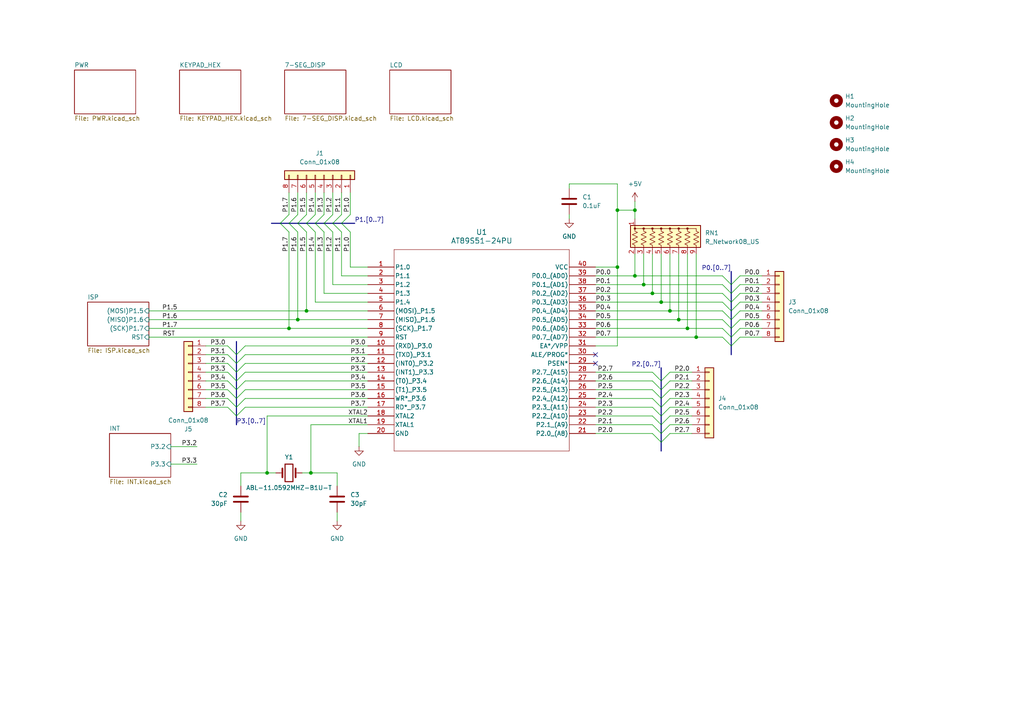
<source format=kicad_sch>
(kicad_sch (version 20250114) (generator "eeschema") (generator_version "9.0")
  (paper "A4")
  (title_block (title "8051 Dev Board") (date "2025-09-20") (company "Momchil Kolev"))
  (lib_symbols
    (symbol "AT89S51_24PU:AT89S51-24PU" (pin_names (offset 0.254))
      (property "Reference" "U" (at 33.02 10.16 0))
      (property "Value" "AT89S51-24PU" (at 33.02 7.62 0))
      (symbol "AT89S51-24PU_0_1"
        (polyline (pts (xy 7.62 5.08) (xy 7.62 -53.34)) (stroke (width 0.127)))
        (polyline (pts (xy 7.62 -53.34) (xy 58.42 -53.34)) (stroke (width 0.127)))
        (polyline (pts (xy 58.42 5.08) (xy 7.62 5.08)) (stroke (width 0.127)))
        (polyline (pts (xy 58.42 -53.34) (xy 58.42 5.08)) (stroke (width 0.127)))
        (pin bidirectional line (at 0 0 0) (length 7.62) (name "P1.0") (number "1"))
        (pin bidirectional line (at 0 -2.54 0) (length 7.62) (name "P1.1") (number "2"))
        (pin bidirectional line (at 0 -5.08 0) (length 7.62) (name "P1.2") (number "3"))
        (pin bidirectional line (at 0 -7.62 0) (length 7.62) (name "P1.3") (number "4"))
        (pin bidirectional line (at 0 -10.16 0) (length 7.62) (name "P1.4") (number "5"))
        (pin bidirectional line (at 0 -12.7 0) (length 7.62) (name "(MOSI)_P1.5") (number "6"))
        (pin bidirectional line (at 0 -15.24 0) (length 7.62) (name "(MISO)_P1.6") (number "7"))
        (pin bidirectional line (at 0 -17.78 0) (length 7.62) (name "(SCK)_P1.7") (number "8"))
        (pin input line (at 0 -20.32 0) (length 7.62) (name "RST") (number "9"))
        (pin bidirectional line (at 0 -22.86 0) (length 7.62) (name "(RXD)_P3.0") (number "10"))
        (pin bidirectional line (at 0 -25.4 0) (length 7.62) (name "(TXD)_P3.1") (number "11"))
        (pin bidirectional line (at 0 -27.94 0) (length 7.62) (name "(INT0)_P3.2") (number "12"))
        (pin bidirectional line (at 0 -30.48 0) (length 7.62) (name "(INT1)_P3.3") (number "13"))
        (pin bidirectional line (at 0 -33.02 0) (length 7.62) (name "(T0)_P3.4") (number "14"))
        (pin bidirectional line (at 0 -35.56 0) (length 7.62) (name "(T1)_P3.5") (number "15"))
        (pin bidirectional line (at 0 -38.1 0) (length 7.62) (name "WR*_P3.6") (number "16"))
        (pin bidirectional line (at 0 -40.64 0) (length 7.62) (name "RD*_P3.7") (number "17"))
        (pin output line (at 0 -43.18 0) (length 7.62) (name "XTAL2") (number "18"))
        (pin input line (at 0 -45.72 0) (length 7.62) (name "XTAL1") (number "19"))
        (pin power_in line (at 0 -48.26 0) (length 7.62) (name "GND") (number "20"))
        (pin power_in line (at 66.04 0 180) (length 7.62) (name "VCC") (number "40"))
        (pin bidirectional line (at 66.04 -2.54 180) (length 7.62) (name "P0.0_(AD0)") (number "39"))
        (pin bidirectional line (at 66.04 -5.08 180) (length 7.62) (name "P0.1_(AD1)") (number "38"))
        (pin bidirectional line (at 66.04 -7.62 180) (length 7.62) (name "P0.2_(AD2)") (number "37"))
        (pin bidirectional line (at 66.04 -10.16 180) (length 7.62) (name "P0.3_(AD3)") (number "36"))
        (pin bidirectional line (at 66.04 -12.7 180) (length 7.62) (name "P0.4_(AD4)") (number "35"))
        (pin bidirectional line (at 66.04 -15.24 180) (length 7.62) (name "P0.5_(AD5)") (number "34"))
        (pin bidirectional line (at 66.04 -17.78 180) (length 7.62) (name "P0.6_(AD6)") (number "33"))
        (pin bidirectional line (at 66.04 -20.32 180) (length 7.62) (name "P0.7_(AD7)") (number "32"))
        (pin power_in line (at 66.04 -22.86 180) (length 7.62) (name "EA*/VPP") (number "31"))
        (pin output line (at 66.04 -25.4 180) (length 7.62) (name "ALE/PROG*") (number "30"))
        (pin output line (at 66.04 -27.94 180) (length 7.62) (name "PSEN*") (number "29"))
        (pin bidirectional line (at 66.04 -30.48 180) (length 7.62) (name "P2.7_(A15)") (number "28"))
        (pin bidirectional line (at 66.04 -33.02 180) (length 7.62) (name "P2.6_(A14)") (number "27"))
        (pin bidirectional line (at 66.04 -35.56 180) (length 7.62) (name "P2.5_(A13)") (number "26"))
        (pin bidirectional line (at 66.04 -38.1 180) (length 7.62) (name "P2.4_(A12)") (number "25"))
        (pin bidirectional line (at 66.04 -40.64 180) (length 7.62) (name "P2.3_(A11)") (number "24"))
        (pin bidirectional line (at 66.04 -43.18 180) (length 7.62) (name "P2.2_(A10)") (number "23"))
        (pin bidirectional line (at 66.04 -45.72 180) (length 7.62) (name "P2.1_(A9)") (number "22"))
        (pin bidirectional line (at 66.04 -48.26 180) (length 7.62) (name "P2.0_(A8)") (number "21"))
      )
    )
    (symbol "Connector_Generic:Conn_01x08" (pin_names (offset 1.016) (hide yes))
      (property "Reference" "J" (at 0 10.16 0))
      (property "Value" "Conn_01x08" (at 0 -12.7 0))
      (symbol "Conn_01x08_1_1"
        (rectangle (start -1.27 8.89) (end 1.27 -11.43) (stroke (width 0.254)) (fill (type background)))
        (rectangle (start -1.27 7.747) (end 0 7.493) (stroke (width 0.1524)))
        (rectangle (start -1.27 5.207) (end 0 4.953) (stroke (width 0.1524)))
        (rectangle (start -1.27 2.667) (end 0 2.413) (stroke (width 0.1524)))
        (rectangle (start -1.27 0.127) (end 0 -0.127) (stroke (width 0.1524)))
        (rectangle (start -1.27 -2.413) (end 0 -2.667) (stroke (width 0.1524)))
        (rectangle (start -1.27 -4.953) (end 0 -5.207) (stroke (width 0.1524)))
        (rectangle (start -1.27 -7.493) (end 0 -7.747) (stroke (width 0.1524)))
        (rectangle (start -1.27 -10.033) (end 0 -10.287) (stroke (width 0.1524)))
        (pin passive line (at -5.08 7.62 0) (length 3.81) (name "Pin_1") (number "1"))
        (pin passive line (at -5.08 5.08 0) (length 3.81) (name "Pin_2") (number "2"))
        (pin passive line (at -5.08 2.54 0) (length 3.81) (name "Pin_3") (number "3"))
        (pin passive line (at -5.08 0 0) (length 3.81) (name "Pin_4") (number "4"))
        (pin passive line (at -5.08 -2.54 0) (length 3.81) (name "Pin_5") (number "5"))
        (pin passive line (at -5.08 -5.08 0) (length 3.81) (name "Pin_6") (number "6"))
        (pin passive line (at -5.08 -7.62 0) (length 3.81) (name "Pin_7") (number "7"))
        (pin passive line (at -5.08 -10.16 0) (length 3.81) (name "Pin_8") (number "8"))
      )
    )
    (symbol "Device:C" (pin_numbers (hide yes)) (pin_names (offset 0.254))
      (property "Reference" "C" (at 0.635 2.54 0))
      (property "Value" "C" (at 0.635 -2.54 0))
      (symbol "C_0_1"
        (polyline (pts (xy -2.032 0.762) (xy 2.032 0.762)) (stroke (width 0.508)))
        (polyline (pts (xy -2.032 -0.762) (xy 2.032 -0.762)) (stroke (width 0.508)))
      )
      (symbol "C_1_1"
        (pin passive line (at 0 3.81 270) (length 2.794) (name "~") (number "1"))
        (pin passive line (at 0 -3.81 90) (length 2.794) (name "~") (number "2"))
      )
    )
    (symbol "Device:Crystal" (pin_numbers (hide yes)) (pin_names (offset 1.016) (hide yes))
      (property "Reference" "Y" (at 0 3.81 0))
      (property "Value" "Crystal" (at 0 -3.81 0))
      (symbol "Crystal_0_1"
        (polyline (pts (xy -2.54 0) (xy -1.905 0)))
        (polyline (pts (xy -1.905 -1.27) (xy -1.905 1.27)) (stroke (width 0.508)))
        (rectangle (start -1.143 2.54) (end 1.143 -2.54) (stroke (width 0.3048)))
        (polyline (pts (xy 1.905 -1.27) (xy 1.905 1.27)) (stroke (width 0.508)))
        (polyline (pts (xy 2.54 0) (xy 1.905 0)))
      )
      (symbol "Crystal_1_1"
        (pin passive line (at -3.81 0 0) (length 1.27) (name "1") (number "1"))
        (pin passive line (at 3.81 0 180) (length 1.27) (name "2") (number "2"))
      )
    )
    (symbol "Device:R_Network08_US" (pin_names (offset 0) (hide yes))
      (property "Reference" "RN" (at -12.7 0 90))
      (property "Value" "R_Network08_US" (at 10.16 0 90))
      (symbol "R_Network08_US_0_1"
        (rectangle (start -11.43 -3.175) (end 8.89 3.175) (stroke (width 0.254)) (fill (type background)))
        (circle (center -10.16 2.286) (radius 0.254) (fill (type outline)))
        (polyline (pts (xy -10.16 2.286) (xy 7.62 2.286)))
        (polyline (pts (xy -10.16 2.286) (xy -10.16 1.524) (xy -9.398 1.1684) (xy -10.922 0.508) (xy -9.398 -0.1524) (xy -10.922 -0.8382) (xy -9.398 -1.524) (xy -10.922 -2.1844) (xy -10.16 -2.54) (xy -10.16 -3.81)))
        (circle (center -7.62 2.286) (radius 0.254) (fill (type outline)))
        (polyline (pts (xy -7.62 2.286) (xy -7.62 1.524) (xy -6.858 1.1684) (xy -8.382 0.508) (xy -6.858 -0.1524) (xy -8.382 -0.8382) (xy -6.858 -1.524) (xy -8.382 -2.1844) (xy -7.62 -2.54) (xy -7.62 -3.81)))
        (circle (center -5.08 2.286) (radius 0.254) (fill (type outline)))
        (polyline (pts (xy -5.08 2.286) (xy -5.08 1.524) (xy -4.318 1.1684) (xy -5.842 0.508) (xy -4.318 -0.1524) (xy -5.842 -0.8382) (xy -4.318 -1.524) (xy -5.842 -2.1844) (xy -5.08 -2.54) (xy -5.08 -3.81)))
        (circle (center -2.54 2.286) (radius 0.254) (fill (type outline)))
        (polyline (pts (xy -2.54 2.286) (xy -2.54 1.524) (xy -1.778 1.1684) (xy -3.302 0.508) (xy -1.778 -0.1524) (xy -3.302 -0.8382) (xy -1.778 -1.524) (xy -3.302 -2.1844) (xy -2.54 -2.54) (xy -2.54 -3.81)))
        (circle (center 0 2.286) (radius 0.254) (fill (type outline)))
        (polyline (pts (xy 0 2.286) (xy 0 1.524) (xy 0.762 1.1684) (xy -0.762 0.508) (xy 0.762 -0.1524) (xy -0.762 -0.8382) (xy 0.762 -1.524) (xy -0.762 -2.1844) (xy 0 -2.54) (xy 0 -3.81)))
        (polyline (pts (xy 2.54 2.286) (xy 2.54 1.524) (xy 3.302 1.1684) (xy 1.778 0.508) (xy 3.302 -0.1524) (xy 1.778 -0.8382) (xy 3.302 -1.524) (xy 1.778 -2.1844) (xy 2.54 -2.54) (xy 2.54 -3.81)))
        (circle (center 2.54 2.286) (radius 0.254) (fill (type outline)))
        (polyline (pts (xy 5.08 2.286) (xy 5.08 1.524) (xy 5.842 1.1684) (xy 4.318 0.508) (xy 5.842 -0.1524) (xy 4.318 -0.8382) (xy 5.842 -1.524) (xy 4.318 -2.1844) (xy 5.08 -2.54) (xy 5.08 -3.81)))
        (circle (center 5.08 2.286) (radius 0.254) (fill (type outline)))
        (polyline (pts (xy 7.62 2.286) (xy 7.62 1.524) (xy 8.382 1.1684) (xy 6.858 0.508) (xy 8.382 -0.1524) (xy 6.858 -0.8382) (xy 8.382 -1.524) (xy 6.858 -2.1844) (xy 7.62 -2.54) (xy 7.62 -3.81)))
      )
      (symbol "R_Network08_US_1_1"
        (pin passive line (at -10.16 5.08 270) (length 2.54) (name "common") (number "1"))
        (pin passive line (at -10.16 -5.08 90) (length 1.27) (name "R1") (number "2"))
        (pin passive line (at -7.62 -5.08 90) (length 1.27) (name "R2") (number "3"))
        (pin passive line (at -5.08 -5.08 90) (length 1.27) (name "R3") (number "4"))
        (pin passive line (at -2.54 -5.08 90) (length 1.27) (name "R4") (number "5"))
        (pin passive line (at 0 -5.08 90) (length 1.27) (name "R5") (number "6"))
        (pin passive line (at 2.54 -5.08 90) (length 1.27) (name "R6") (number "7"))
        (pin passive line (at 5.08 -5.08 90) (length 1.27) (name "R7") (number "8"))
        (pin passive line (at 7.62 -5.08 90) (length 1.27) (name "R8") (number "9"))
      )
    )
    (symbol "Mechanical:MountingHole" (pin_names (offset 1.016)) (in_bom no)
      (property "Reference" "H" (at 0 5.08 0))
      (property "Value" "MountingHole" (at 0 3.175 0))
      (symbol "MountingHole_0_1"
        (circle (center 0 0) (radius 1.27) (stroke (width 1.27)))
      )
    )
    (symbol "power:+5V" (power) (pin_numbers (hide yes)) (pin_names (offset 0) (hide yes))
      (property "Value" "+5V" (at 0 3.556 0))
      (symbol "+5V_0_1"
        (polyline (pts (xy -0.762 1.27) (xy 0 2.54)))
        (polyline (pts (xy 0 2.54) (xy 0.762 1.27)))
        (polyline (pts (xy 0 0) (xy 0 2.54)))
      )
      (symbol "+5V_1_1"
        (pin power_in line (at 0 0 90) (length 0) (name "~") (number "1"))
      )
    )
    (symbol "power:GND" (power) (pin_numbers (hide yes)) (pin_names (offset 0) (hide yes))
      (property "Value" "GND" (at 0 -3.81 0))
      (symbol "GND_0_1"
        (polyline (pts (xy 0 0) (xy 0 -1.27) (xy 1.27 -1.27) (xy 0 -2.54) (xy -1.27 -1.27) (xy 0 -1.27)))
      )
      (symbol "GND_1_1"
        (pin power_in line (at 0 0 270) (length 0) (name "~") (number "1"))
      )
    )
  )
  (junction (at 77.47 137.16))
  (junction (at 196.85 92.71))
  (junction (at 194.31 90.17))
  (junction (at 186.69 82.55))
  (junction (at 201.93 97.79))
  (junction (at 90.17 137.16))
  (junction (at 189.23 85.09))
  (junction (at 199.39 95.25))
  (junction (at 191.77 87.63))
  (junction (at 88.9 90.17))
  (junction (at 179.07 77.47))
  (junction (at 184.15 80.01))
  (junction (at 86.36 92.71))
  (junction (at 83.82 95.25))
  (junction (at 184.15 60.96))
  (junction (at 179.07 60.96))
  (no_connect (at 172.72 105.41))
  (no_connect (at 172.72 102.87))
  (bus_entry (at 68.58 107.95) (size -2.54 -2.54))
  (bus_entry (at 212.09 90.17) (size -2.54 -2.54))
  (bus_entry (at 212.09 97.79) (size 2.54 -2.54))
  (bus_entry (at 212.09 85.09) (size 2.54 -2.54))
  (bus_entry (at 212.09 87.63) (size -2.54 -2.54))
  (bus_entry (at 68.58 113.03) (size 2.54 -2.54))
  (bus_entry (at 191.77 123.19) (size -2.54 -2.54))
  (bus_entry (at 68.58 118.11) (size -2.54 -2.54))
  (bus_entry (at 191.77 120.65) (size -2.54 -2.54))
  (bus_entry (at 191.77 115.57) (size -2.54 -2.54))
  (bus_entry (at 212.09 82.55) (size 2.54 -2.54))
  (bus_entry (at 88.9 64.77) (size 2.54 2.54))
  (bus_entry (at 91.44 64.77) (size 2.54 2.54))
  (bus_entry (at 68.58 105.41) (size -2.54 -2.54))
  (bus_entry (at 86.36 64.77) (size 2.54 2.54))
  (bus_entry (at 191.77 110.49) (size -2.54 -2.54))
  (bus_entry (at 191.77 123.19) (size 2.54 -2.54))
  (bus_entry (at 68.58 102.87) (size 2.54 -2.54))
  (bus_entry (at 212.09 95.25) (size 2.54 -2.54))
  (bus_entry (at 212.09 92.71) (size 2.54 -2.54))
  (bus_entry (at 68.58 110.49) (size -2.54 -2.54))
  (bus_entry (at 83.82 64.77) (size 2.54 -2.54))
  (bus_entry (at 68.58 120.65) (size 2.54 -2.54))
  (bus_entry (at 212.09 100.33) (size -2.54 -2.54))
  (bus_entry (at 91.44 64.77) (size 2.54 -2.54))
  (bus_entry (at 191.77 125.73) (size -2.54 -2.54))
  (bus_entry (at 68.58 118.11) (size 2.54 -2.54))
  (bus_entry (at 68.58 120.65) (size -2.54 -2.54))
  (bus_entry (at 212.09 82.55) (size -2.54 -2.54))
  (bus_entry (at 191.77 118.11) (size -2.54 -2.54))
  (bus_entry (at 96.52 64.77) (size 2.54 -2.54))
  (bus_entry (at 212.09 100.33) (size 2.54 -2.54))
  (bus_entry (at 191.77 113.03) (size 2.54 -2.54))
  (bus_entry (at 191.77 113.03) (size -2.54 -2.54))
  (bus_entry (at 191.77 120.65) (size 2.54 -2.54))
  (bus_entry (at 81.28 64.77) (size 2.54 -2.54))
  (bus_entry (at 68.58 115.57) (size -2.54 -2.54))
  (bus_entry (at 68.58 113.03) (size -2.54 -2.54))
  (bus_entry (at 68.58 110.49) (size 2.54 -2.54))
  (bus_entry (at 191.77 115.57) (size 2.54 -2.54))
  (bus_entry (at 68.58 105.41) (size 2.54 -2.54))
  (bus_entry (at 191.77 110.49) (size 2.54 -2.54))
  (bus_entry (at 191.77 128.27) (size 2.54 -2.54))
  (bus_entry (at 86.36 64.77) (size 2.54 -2.54))
  (bus_entry (at 212.09 97.79) (size -2.54 -2.54))
  (bus_entry (at 96.52 64.77) (size 2.54 2.54))
  (bus_entry (at 88.9 64.77) (size 2.54 -2.54))
  (bus_entry (at 83.82 64.77) (size 2.54 2.54))
  (bus_entry (at 99.06 64.77) (size 2.54 2.54))
  (bus_entry (at 191.77 125.73) (size 2.54 -2.54))
  (bus_entry (at 212.09 92.71) (size -2.54 -2.54))
  (bus_entry (at 191.77 128.27) (size -2.54 -2.54))
  (bus_entry (at 93.98 64.77) (size 2.54 -2.54))
  (bus_entry (at 68.58 102.87) (size -2.54 -2.54))
  (bus_entry (at 212.09 85.09) (size -2.54 -2.54))
  (bus_entry (at 99.06 64.77) (size 2.54 -2.54))
  (bus_entry (at 68.58 115.57) (size 2.54 -2.54))
  (bus_entry (at 212.09 87.63) (size 2.54 -2.54))
  (bus_entry (at 81.28 64.77) (size 2.54 2.54))
  (bus_entry (at 212.09 95.25) (size -2.54 -2.54))
  (bus_entry (at 212.09 90.17) (size 2.54 -2.54))
  (bus_entry (at 68.58 107.95) (size 2.54 -2.54))
  (bus_entry (at 191.77 118.11) (size 2.54 -2.54))
  (bus_entry (at 93.98 64.77) (size 2.54 2.54))
  (wire (pts (xy 201.93 97.79) (xy 209.55 97.79)))
  (wire (pts (xy 172.72 97.79) (xy 201.93 97.79)))
  (wire (pts (xy 172.72 80.01) (xy 184.15 80.01)))
  (wire (pts (xy 99.06 80.01) (xy 106.68 80.01)))
  (bus (pts (xy 191.77 115.57) (xy 191.77 113.03)))
  (bus (pts (xy 91.44 64.77) (xy 88.9 64.77)))
  (wire (pts (xy 96.52 55.88) (xy 96.52 62.23)))
  (wire (pts (xy 69.85 137.16) (xy 69.85 140.97)))
  (bus (pts (xy 68.58 110.49) (xy 68.58 113.03)))
  (wire (pts (xy 172.72 95.25) (xy 199.39 95.25)))
  (wire (pts (xy 172.72 87.63) (xy 191.77 87.63)))
  (wire (pts (xy 71.12 105.41) (xy 106.68 105.41)))
  (wire (pts (xy 59.69 118.11) (xy 66.04 118.11)))
  (wire (pts (xy 214.63 90.17) (xy 220.98 90.17)))
  (wire (pts (xy 189.23 85.09) (xy 209.55 85.09)))
  (wire (pts (xy 106.68 123.19) (xy 90.17 123.19)))
  (wire (pts (xy 214.63 87.63) (xy 220.98 87.63)))
  (bus (pts (xy 212.09 90.17) (xy 212.09 87.63)))
  (wire (pts (xy 97.79 148.59) (xy 97.79 151.13)))
  (wire (pts (xy 194.31 115.57) (xy 200.66 115.57)))
  (bus (pts (xy 68.58 113.03) (xy 68.58 115.57)))
  (wire (pts (xy 194.31 73.66) (xy 194.31 90.17)))
  (bus (pts (xy 68.58 115.57) (xy 68.58 118.11)))
  (wire (pts (xy 59.69 100.33) (xy 66.04 100.33)))
  (wire (pts (xy 196.85 92.71) (xy 209.55 92.71)))
  (wire (pts (xy 71.12 113.03) (xy 106.68 113.03)))
  (bus (pts (xy 86.36 64.77) (xy 83.82 64.77)))
  (wire (pts (xy 77.47 120.65) (xy 77.47 137.16)))
  (wire (pts (xy 179.07 53.34) (xy 179.07 60.96)))
  (wire (pts (xy 186.69 82.55) (xy 209.55 82.55)))
  (bus (pts (xy 68.58 110.49) (xy 68.58 107.95)))
  (wire (pts (xy 191.77 73.66) (xy 191.77 87.63)))
  (wire (pts (xy 49.53 134.62) (xy 57.15 134.62)))
  (bus (pts (xy 212.09 87.63) (xy 212.09 85.09)))
  (wire (pts (xy 91.44 55.88) (xy 91.44 62.23)))
  (wire (pts (xy 101.6 67.31) (xy 101.6 77.47)))
  (wire (pts (xy 96.52 67.31) (xy 96.52 82.55)))
  (wire (pts (xy 172.72 85.09) (xy 189.23 85.09)))
  (wire (pts (xy 83.82 95.25) (xy 106.68 95.25)))
  (wire (pts (xy 165.1 53.34) (xy 165.1 54.61)))
  (bus (pts (xy 191.77 106.68) (xy 191.77 110.49)))
  (bus (pts (xy 93.98 64.77) (xy 96.52 64.77)))
  (wire (pts (xy 184.15 58.42) (xy 184.15 60.96)))
  (wire (pts (xy 43.18 92.71) (xy 86.36 92.71)))
  (bus (pts (xy 99.06 64.77) (xy 96.52 64.77)))
  (wire (pts (xy 71.12 115.57) (xy 106.68 115.57)))
  (wire (pts (xy 194.31 110.49) (xy 200.66 110.49)))
  (bus (pts (xy 68.58 99.06) (xy 68.58 102.87)))
  (wire (pts (xy 199.39 73.66) (xy 199.39 95.25)))
  (wire (pts (xy 172.72 82.55) (xy 186.69 82.55)))
  (bus (pts (xy 212.09 97.79) (xy 212.09 100.33)))
  (wire (pts (xy 172.72 90.17) (xy 194.31 90.17)))
  (wire (pts (xy 59.69 105.41) (xy 66.04 105.41)))
  (wire (pts (xy 194.31 123.19) (xy 200.66 123.19)))
  (wire (pts (xy 86.36 55.88) (xy 86.36 62.23)))
  (bus (pts (xy 212.09 95.25) (xy 212.09 97.79)))
  (wire (pts (xy 59.69 115.57) (xy 66.04 115.57)))
  (bus (pts (xy 102.87 64.77) (xy 99.06 64.77)))
  (bus (pts (xy 68.58 120.65) (xy 68.58 123.19)))
  (bus (pts (xy 191.77 125.73) (xy 191.77 128.27)))
  (wire (pts (xy 83.82 67.31) (xy 83.82 95.25)))
  (bus (pts (xy 212.09 82.55) (xy 212.09 85.09)))
  (wire (pts (xy 214.63 82.55) (xy 220.98 82.55)))
  (wire (pts (xy 194.31 118.11) (xy 200.66 118.11)))
  (wire (pts (xy 189.23 73.66) (xy 189.23 85.09)))
  (wire (pts (xy 80.01 137.16) (xy 77.47 137.16)))
  (wire (pts (xy 172.72 123.19) (xy 189.23 123.19)))
  (wire (pts (xy 196.85 73.66) (xy 196.85 92.71)))
  (wire (pts (xy 87.63 137.16) (xy 90.17 137.16)))
  (wire (pts (xy 71.12 110.49) (xy 106.68 110.49)))
  (wire (pts (xy 179.07 60.96) (xy 184.15 60.96)))
  (wire (pts (xy 43.18 97.79) (xy 106.68 97.79)))
  (wire (pts (xy 214.63 80.01) (xy 220.98 80.01)))
  (bus (pts (xy 191.77 110.49) (xy 191.77 113.03)))
  (wire (pts (xy 104.14 125.73) (xy 106.68 125.73)))
  (bus (pts (xy 212.09 78.74) (xy 212.09 82.55)))
  (bus (pts (xy 191.77 120.65) (xy 191.77 123.19)))
  (wire (pts (xy 88.9 55.88) (xy 88.9 62.23)))
  (wire (pts (xy 104.14 129.54) (xy 104.14 125.73)))
  (wire (pts (xy 106.68 120.65) (xy 77.47 120.65)))
  (wire (pts (xy 101.6 55.88) (xy 101.6 62.23)))
  (bus (pts (xy 68.58 107.95) (xy 68.58 105.41)))
  (wire (pts (xy 69.85 137.16) (xy 77.47 137.16)))
  (wire (pts (xy 172.72 110.49) (xy 189.23 110.49)))
  (wire (pts (xy 93.98 67.31) (xy 93.98 85.09)))
  (wire (pts (xy 83.82 55.88) (xy 83.82 62.23)))
  (wire (pts (xy 165.1 62.23) (xy 165.1 63.5)))
  (wire (pts (xy 194.31 113.03) (xy 200.66 113.03)))
  (wire (pts (xy 184.15 60.96) (xy 184.15 63.5)))
  (wire (pts (xy 97.79 137.16) (xy 97.79 140.97)))
  (wire (pts (xy 71.12 107.95) (xy 106.68 107.95)))
  (wire (pts (xy 214.63 95.25) (xy 220.98 95.25)))
  (wire (pts (xy 90.17 123.19) (xy 90.17 137.16)))
  (wire (pts (xy 99.06 55.88) (xy 99.06 62.23)))
  (wire (pts (xy 86.36 67.31) (xy 86.36 92.71)))
  (wire (pts (xy 199.39 95.25) (xy 209.55 95.25)))
  (wire (pts (xy 194.31 125.73) (xy 200.66 125.73)))
  (wire (pts (xy 90.17 137.16) (xy 97.79 137.16)))
  (wire (pts (xy 99.06 67.31) (xy 99.06 80.01)))
  (wire (pts (xy 172.72 107.95) (xy 189.23 107.95)))
  (wire (pts (xy 194.31 90.17) (xy 209.55 90.17)))
  (wire (pts (xy 214.63 97.79) (xy 220.98 97.79)))
  (bus (pts (xy 191.77 118.11) (xy 191.77 115.57)))
  (wire (pts (xy 172.72 92.71) (xy 196.85 92.71)))
  (wire (pts (xy 179.07 77.47) (xy 179.07 100.33)))
  (wire (pts (xy 71.12 102.87) (xy 106.68 102.87)))
  (wire (pts (xy 179.07 60.96) (xy 179.07 77.47)))
  (wire (pts (xy 194.31 120.65) (xy 200.66 120.65)))
  (wire (pts (xy 69.85 148.59) (xy 69.85 151.13)))
  (wire (pts (xy 91.44 87.63) (xy 106.68 87.63)))
  (wire (pts (xy 186.69 73.66) (xy 186.69 82.55)))
  (wire (pts (xy 59.69 102.87) (xy 66.04 102.87)))
  (bus (pts (xy 68.58 102.87) (xy 68.58 105.41)))
  (wire (pts (xy 71.12 118.11) (xy 106.68 118.11)))
  (wire (pts (xy 43.18 95.25) (xy 83.82 95.25)))
  (bus (pts (xy 88.9 64.77) (xy 86.36 64.77)))
  (wire (pts (xy 101.6 77.47) (xy 106.68 77.47)))
  (wire (pts (xy 172.72 113.03) (xy 189.23 113.03)))
  (wire (pts (xy 172.72 115.57) (xy 189.23 115.57)))
  (wire (pts (xy 43.18 90.17) (xy 88.9 90.17)))
  (bus (pts (xy 68.58 118.11) (xy 68.58 120.65)))
  (bus (pts (xy 191.77 123.19) (xy 191.77 125.73)))
  (wire (pts (xy 88.9 90.17) (xy 106.68 90.17)))
  (wire (pts (xy 172.72 118.11) (xy 189.23 118.11)))
  (wire (pts (xy 96.52 82.55) (xy 106.68 82.55)))
  (bus (pts (xy 212.09 90.17) (xy 212.09 92.71)))
  (wire (pts (xy 214.63 85.09) (xy 220.98 85.09)))
  (wire (pts (xy 172.72 120.65) (xy 189.23 120.65)))
  (bus (pts (xy 212.09 100.33) (xy 212.09 102.87)))
  (wire (pts (xy 184.15 80.01) (xy 209.55 80.01)))
  (wire (pts (xy 194.31 107.95) (xy 200.66 107.95)))
  (wire (pts (xy 49.53 129.54) (xy 57.15 129.54)))
  (wire (pts (xy 93.98 85.09) (xy 106.68 85.09)))
  (wire (pts (xy 179.07 53.34) (xy 165.1 53.34)))
  (bus (pts (xy 212.09 92.71) (xy 212.09 95.25)))
  (bus (pts (xy 81.28 64.77) (xy 78.74 64.77)))
  (wire (pts (xy 59.69 113.03) (xy 66.04 113.03)))
  (bus (pts (xy 83.82 64.77) (xy 81.28 64.77)))
  (wire (pts (xy 172.72 125.73) (xy 189.23 125.73)))
  (wire (pts (xy 59.69 110.49) (xy 66.04 110.49)))
  (wire (pts (xy 88.9 67.31) (xy 88.9 90.17)))
  (wire (pts (xy 59.69 107.95) (xy 66.04 107.95)))
  (wire (pts (xy 214.63 92.71) (xy 220.98 92.71)))
  (bus (pts (xy 191.77 118.11) (xy 191.77 120.65)))
  (bus (pts (xy 191.77 128.27) (xy 191.77 130.81)))
  (wire (pts (xy 71.12 100.33) (xy 106.68 100.33)))
  (wire (pts (xy 191.77 87.63) (xy 209.55 87.63)))
  (wire (pts (xy 93.98 55.88) (xy 93.98 62.23)))
  (wire (pts (xy 184.15 73.66) (xy 184.15 80.01)))
  (wire (pts (xy 91.44 67.31) (xy 91.44 87.63)))
  (wire (pts (xy 172.72 100.33) (xy 179.07 100.33)))
  (wire (pts (xy 201.93 73.66) (xy 201.93 97.79)))
  (wire (pts (xy 86.36 92.71) (xy 106.68 92.71)))
  (bus (pts (xy 91.44 64.77) (xy 93.98 64.77)))
  (wire (pts (xy 172.72 77.47) (xy 179.07 77.47)))
  (label "P3.[0..7]" (at 68.58 123.19 0))
  (label "P0.5" (at 172.72 92.71 0))
  (label "P3.6" (at 60.96 115.57 0))
  (label "P1.7" (at 46.99 95.25 0))
  (label "P0.[0..7]" (at 212.09 78.74 180))
  (label "P2.3" (at 195.58 115.57 0))
  (label "P3.0" (at 101.6 100.33 0))
  (label "P3.3" (at 57.15 134.62 180))
  (label "P0.7" (at 172.72 97.79 0))
  (label "P1.5" (at 88.9 68.58 270))
  (label "P2.4" (at 195.58 118.11 0))
  (label "P2.0" (at 195.58 107.95 0))
  (label "P3.3" (at 101.6 107.95 0))
  (label "P2.6" (at 195.58 123.19 0))
  (label "P2.7" (at 177.8 107.95 180))
  (label "P3.3" (at 60.96 107.95 0))
  (label "P2.[0..7]" (at 191.77 106.68 180))
  (label "P1.2" (at 96.52 68.58 270))
  (label "P1.5" (at 88.9 57.15 270))
  (label "P3.7" (at 101.6 118.11 0))
  (label "P3.1" (at 60.96 102.87 0))
  (label "P1.7" (at 83.82 57.15 270))
  (label "P1.4" (at 91.44 57.15 270))
  (label "P2.2" (at 177.8 120.65 180))
  (label "XTAL1" (at 106.68 123.19 180))
  (label "P2.5" (at 177.8 113.03 180))
  (label "P1.5" (at 46.99 90.17 0))
  (label "P1.[0..7]" (at 102.87 64.77 0))
  (label "RST" (at 50.8 97.79 180))
  (label "P3.7" (at 60.96 118.11 0))
  (label "P0.0" (at 215.9 80.01 0))
  (label "P1.3" (at 93.98 68.58 270))
  (label "P2.6" (at 177.8 110.49 180))
  (label "P3.5" (at 60.96 113.03 0))
  (label "P3.4" (at 60.96 110.49 0))
  (label "P0.4" (at 215.9 90.17 0))
  (label "P2.1" (at 177.8 123.19 180))
  (label "P0.1" (at 172.72 82.55 0))
  (label "P2.5" (at 195.58 120.65 0))
  (label "P3.2" (at 60.96 105.41 0))
  (label "P0.2" (at 172.72 85.09 0))
  (label "P1.1" (at 99.06 68.58 270))
  (label "P0.3" (at 172.72 87.63 0))
  (label "P1.7" (at 83.82 68.58 270))
  (label "P3.2" (at 101.6 105.41 0))
  (label "P0.6" (at 215.9 95.25 0))
  (label "P3.0" (at 60.96 100.33 0))
  (label "P1.1" (at 99.06 57.15 270))
  (label "P3.5" (at 101.6 113.03 0))
  (label "P2.3" (at 177.8 118.11 180))
  (label "P0.4" (at 172.72 90.17 0))
  (label "XTAL2" (at 106.68 120.65 180))
  (label "P2.7" (at 195.58 125.73 0))
  (label "P2.1" (at 195.58 110.49 0))
  (label "P1.0" (at 101.6 68.58 270))
  (label "P0.2" (at 215.9 85.09 0))
  (label "P2.0" (at 177.8 125.73 180))
  (label "P2.4" (at 177.8 115.57 180))
  (label "P0.5" (at 215.9 92.71 0))
  (label "P0.1" (at 215.9 82.55 0))
  (label "P1.6" (at 86.36 57.15 270))
  (label "P3.2" (at 57.15 129.54 180))
  (label "P3.1" (at 101.6 102.87 0))
  (label "P3.4" (at 101.6 110.49 0))
  (label "P0.7" (at 215.9 97.79 0))
  (label "P1.6" (at 86.36 68.58 270))
  (label "P1.4" (at 91.44 68.58 270))
  (label "P0.6" (at 172.72 95.25 0))
  (label "P0.0" (at 172.72 80.01 0))
  (label "P1.0" (at 101.6 57.15 270))
  (label "P1.6" (at 46.99 92.71 0))
  (label "P3.6" (at 101.6 115.57 0))
  (label "P1.2" (at 96.52 57.15 270))
  (label "P1.3" (at 93.98 57.15 270))
  (label "P2.2" (at 195.58 113.03 0))
  (label "P0.3" (at 215.9 87.63 0))
  (symbol (lib_id "Device:R_Network08_US") (at 194.31 68.58 0) (unit 1)
    (property "Reference" "RN1" (at 204.47 67.5639 0) (effects (justify left)))
    (property "Value" "R_Network08_US" (at 204.47 70.1039 0) (effects (justify left)))
    (property "Footprint" "Resistor_THT:R_Array_SIP9" (effects (hide yes)))
    (property "Datasheet" "http://www.vishay.com/docs/31509/csc.pdf" (effects (hide yes)))
    (property "Description" "8 resistor network, star topology, bussed resistors, small US symbol" (effects (hide yes)))
  )
  (symbol (lib_id "Connector_Generic:Conn_01x08") (at 54.61 107.95 0) (mirror y) (unit 1)
    (property "Reference" "J5" (at 54.61 124.46 0))
    (property "Value" "Conn_01x08" (at 54.61 121.92 0))
    (property "Footprint" "Connector_PinHeader_2.54mm:PinHeader_1x08_P2.54mm_Vertical" (effects (hide yes)))
    (property "Description" "Generic connector, single row, 01x08, script generated (kicad-library-utils/schlib/autogen/connector/)" (effects (hide yes)))
  )
  (symbol (lib_id "power:GND") (at 104.14 129.54 0) (unit 1)
    (property "Reference" "#PWR02" (effects (hide yes)))
    (property "Value" "GND" (at 104.14 134.62 0))
    (property "Description" "Power symbol creates a global label with name \"GND\" , ground" (effects (hide yes)))
  )
  (symbol (lib_id "Mechanical:MountingHole") (at 242.57 35.56 0) (unit 1) (in_bom no)
    (property "Reference" "H2" (at 245.11 34.2899 0) (effects (justify left)))
    (property "Value" "MountingHole" (at 245.11 36.8299 0) (effects (justify left)))
    (property "Footprint" "MountingHole:MountingHole_2.2mm_M2_DIN965_Pad" (effects (hide yes)))
    (property "Description" "Mounting Hole without connection" (effects (hide yes)))
  )
  (symbol (lib_id "Mechanical:MountingHole") (at 242.57 48.26 0) (unit 1) (in_bom no)
    (property "Reference" "H4" (at 245.11 46.9899 0) (effects (justify left)))
    (property "Value" "MountingHole" (at 245.11 49.5299 0) (effects (justify left)))
    (property "Footprint" "MountingHole:MountingHole_2.2mm_M2_DIN965_Pad" (effects (hide yes)))
    (property "Description" "Mounting Hole without connection" (effects (hide yes)))
  )
  (symbol (lib_id "Connector_Generic:Conn_01x08") (at 93.98 50.8 270) (mirror x) (unit 1)
    (property "Reference" "J1" (at 92.71 44.45 90))
    (property "Value" "Conn_01x08" (at 92.71 46.99 90))
    (property "Footprint" "Connector_PinHeader_2.54mm:PinHeader_1x08_P2.54mm_Vertical" (effects (hide yes)))
    (property "Description" "Generic connector, single row, 01x08, script generated (kicad-library-utils/schlib/autogen/connector/)" (effects (hide yes)))
  )
  (symbol (lib_id "power:+5V") (at 184.15 58.42 0) (unit 1)
    (property "Reference" "#PWR013" (effects (hide yes)))
    (property "Value" "+5V" (at 184.15 53.34 0))
    (property "Description" "Power symbol creates a global label with name \"+5V\"" (effects (hide yes)))
  )
  (symbol (lib_id "Device:C") (at 97.79 144.78 0) (unit 1)
    (property "Reference" "C3" (at 101.6 143.5099 0) (effects (justify left)))
    (property "Value" "30pF" (at 101.6 146.0499 0) (effects (justify left)))
    (property "Footprint" "Capacitor_SMD:C_1206_3216Metric_Pad1.33x1.80mm_HandSolder" (effects (hide yes)))
    (property "Description" "Unpolarized capacitor" (effects (hide yes)))
  )
  (symbol (lib_id "power:GND") (at 69.85 151.13 0) (unit 1)
    (property "Reference" "#PWR04" (effects (hide yes)))
    (property "Value" "GND" (at 69.85 156.21 0))
    (property "Description" "Power symbol creates a global label with name \"GND\" , ground" (effects (hide yes)))
  )
  (symbol (lib_id "Connector_Generic:Conn_01x08") (at 205.74 115.57 0) (unit 1)
    (property "Reference" "J4" (at 208.28 115.5699 0) (effects (justify left)))
    (property "Value" "Conn_01x08" (at 208.28 118.1099 0) (effects (justify left)))
    (property "Footprint" "Connector_PinHeader_2.54mm:PinHeader_1x08_P2.54mm_Vertical" (effects (hide yes)))
    (property "Description" "Generic connector, single row, 01x08, script generated (kicad-library-utils/schlib/autogen/connector/)" (effects (hide yes)))
  )
  (symbol (lib_id "Device:C") (at 69.85 144.78 0) (mirror y) (unit 1)
    (property "Reference" "C2" (at 66.04 143.5099 0) (effects (justify left)))
    (property "Value" "30pF" (at 66.04 146.0499 0) (effects (justify left)))
    (property "Footprint" "Capacitor_SMD:C_1206_3216Metric_Pad1.33x1.80mm_HandSolder" (effects (hide yes)))
    (property "Description" "Unpolarized capacitor" (effects (hide yes)))
  )
  (symbol (lib_id "Mechanical:MountingHole") (at 242.57 41.91 0) (unit 1) (in_bom no)
    (property "Reference" "H3" (at 245.11 40.6399 0) (effects (justify left)))
    (property "Value" "MountingHole" (at 245.11 43.1799 0) (effects (justify left)))
    (property "Footprint" "MountingHole:MountingHole_2.2mm_M2_DIN965_Pad" (effects (hide yes)))
    (property "Description" "Mounting Hole without connection" (effects (hide yes)))
  )
  (symbol (lib_id "Device:Crystal") (at 83.82 137.16 0) (unit 1)
    (property "Reference" "Y1" (at 83.82 132.588 0))
    (property "Value" "ABL-11.0592MHZ-B1U-T" (at 83.82 141.478 0))
    (property "Footprint" "Crystal:Crystal_HC49-4H_Vertical" (effects (hide yes)))
    (property "Description" "Two pin crystal" (effects (hide yes)))
  )
  (symbol (lib_id "Device:C") (at 165.1 58.42 0) (unit 1)
    (property "Reference" "C1" (at 168.91 57.1499 0) (effects (justify left)))
    (property "Value" "0.1uF" (at 168.91 59.6899 0) (effects (justify left)))
    (property "Footprint" "Capacitor_SMD:C_1206_3216Metric_Pad1.33x1.80mm_HandSolder" (effects (hide yes)))
    (property "Description" "Unpolarized capacitor" (effects (hide yes)))
  )
  (symbol (lib_id "power:GND") (at 165.1 63.5 0) (unit 1)
    (property "Reference" "#PWR01" (effects (hide yes)))
    (property "Value" "GND" (at 165.1 68.58 0))
    (property "Description" "Power symbol creates a global label with name \"GND\" , ground" (effects (hide yes)))
  )
  (symbol (lib_id "Mechanical:MountingHole") (at 242.57 29.21 0) (unit 1) (in_bom no)
    (property "Reference" "H1" (at 245.11 27.9399 0) (effects (justify left)))
    (property "Value" "MountingHole" (at 245.11 30.4799 0) (effects (justify left)))
    (property "Footprint" "MountingHole:MountingHole_2.2mm_M2_DIN965_Pad" (effects (hide yes)))
    (property "Description" "Mounting Hole without connection" (effects (hide yes)))
  )
  (symbol (lib_id "power:GND") (at 97.79 151.13 0) (unit 1)
    (property "Reference" "#PWR03" (effects (hide yes)))
    (property "Value" "GND" (at 97.79 156.21 0))
    (property "Description" "Power symbol creates a global label with name \"GND\" , ground" (effects (hide yes)))
  )
  (symbol (lib_id "AT89S51_24PU:AT89S51-24PU") (at 106.68 77.47 0) (unit 1)
    (property "Reference" "U1" (at 139.7 67.31 0) (effects (font (size 1.524 1.524))))
    (property "Value" "AT89S51-24PU" (at 139.7 69.85 0) (effects (font (size 1.524 1.524))))
    (property "Footprint" "imports:40P6_ATM" (effects (hide yes)))
    (property "Datasheet" "AT89S51-24PU" (effects (hide yes)))
  )
  (symbol (lib_id "Connector_Generic:Conn_01x08") (at 226.06 87.63 0) (unit 1)
    (property "Reference" "J3" (at 228.6 87.6299 0) (effects (justify left)))
    (property "Value" "Conn_01x08" (at 228.6 90.1699 0) (effects (justify left)))
    (property "Footprint" "Connector_PinHeader_2.54mm:PinHeader_1x08_P2.54mm_Vertical" (effects (hide yes)))
    (property "Description" "Generic connector, single row, 01x08, script generated (kicad-library-utils/schlib/autogen/connector/)" (effects (hide yes)))
  )
  (sheet (at 21.59 20.32) (size 17.78 12.7) (stroke (width 0.1524))
    (property "Sheetname" "PWR" (at 21.59 19.6084 0) (effects (justify left bottom)))
    (property "Sheetfile" "PWR.kicad_sch" (at 21.59 33.6046 0) (effects (justify left top)))
  )
  (sheet (at 113.03 20.32) (size 17.78 12.7) (stroke (width 0.1524))
    (property "Sheetname" "LCD" (at 113.03 19.6084 0) (effects (justify left bottom)))
    (property "Sheetfile" "LCD.kicad_sch" (at 113.03 33.6046 0) (effects (justify left top)))
  )
  (sheet (at 31.75 125.73) (size 17.78 12.7) (stroke (width 0.1524))
    (property "Sheetname" "INT" (at 31.75 125.0184 0) (effects (justify left bottom)))
    (property "Sheetfile" "INT.kicad_sch" (at 31.75 139.0146 0) (effects (justify left top)))
    (pin "P3.3" input (at 49.53 134.62 0))
    (pin "P3.2" input (at 49.53 129.54 0))
  )
  (sheet (at 52.07 20.32) (size 17.78 12.7) (stroke (width 0.1524))
    (property "Sheetname" "KEYPAD_HEX" (at 52.07 19.6084 0) (effects (justify left bottom)))
    (property "Sheetfile" "KEYPAD_HEX.kicad_sch" (at 52.07 33.6046 0) (effects (justify left top)))
  )
  (sheet (at 25.4 87.63) (size 17.78 12.7) (stroke (width 0.1524))
    (property "Sheetname" "ISP" (at 25.4 86.9184 0) (effects (justify left bottom)))
    (property "Sheetfile" "ISP.kicad_sch" (at 25.4 100.9146 0) (effects (justify left top)))
    (pin "(MISO)P1.6" input (at 43.18 92.71 0))
    (pin "(SCK)P1.7" input (at 43.18 95.25 0))
    (pin "(MOSI)P1.5" input (at 43.18 90.17 0))
    (pin "RST" input (at 43.18 97.79 0))
  )
  (sheet (at 82.55 20.32) (size 17.78 12.7) (stroke (width 0.1524))
    (property "Sheetname" "7-SEG_DISP" (at 82.55 19.6084 0) (effects (justify left bottom)))
    (property "Sheetfile" "7-SEG_DISP.kicad_sch" (at 82.55 33.6046 0) (effects (justify left top)))
  )
)
</source>
